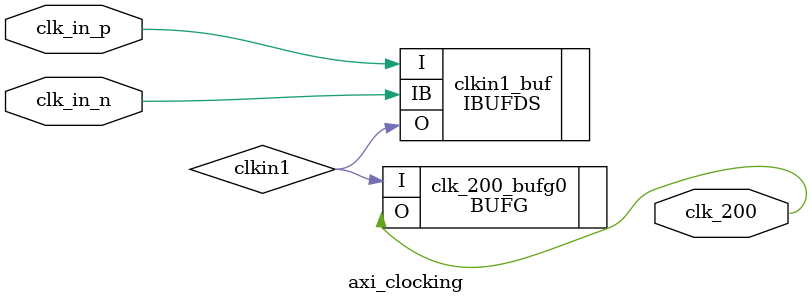
<source format=v>

`timescale 1ps / 1ps
(* dont_touch = "yes" *)
module axi_clocking
  (
   // Inputs
   input clk_in_p,
   input clk_in_n,

   // Status outputs
   
   // IBUFDS 200MHz    
   output clk_200 
   
   );

  // Signal declarations
  wire s_axi_dcm_aclk0;
  wire clkfbout;

  // 200MHz differencial into single-rail     
  IBUFDS clkin1_buf
   (.O  (clkin1),
    .I  (clk_in_p),
    .IB (clk_in_n)
    );

   // currently not used   
/*   MMCME2_BASE
  #(.DIVCLK_DIVIDE        (1),
    .CLKFBOUT_MULT_F      (5),  
    .CLKIN1_PERIOD        (5.000),
    
    .CLKFBOUT_PHASE       (0.000),
    //.CLKOUT0_DIVIDE_F     (8.000), // 125MHz
    .CLKOUT0_DIVIDE_F     (5.000),   // 200MHz
    .CLKOUT0_PHASE        (0.000),
    .CLKOUT0_DUTY_CYCLE   (0.5),
    //.CLKOUT1_DIVIDE       (8.000),  //125MHz -- 8.000
    .CLKOUT1_DIVIDE       (5.000),    //200MHz -- 5.000
    .CLKOUT1_PHASE        (0.000),
    .CLKOUT1_DUTY_CYCLE   (0.5),
    .REF_JITTER1          (0.050))
  tx_mmcm
    // Output clocks
   (.CLKFBOUT            (clkfbout),
    .CLKOUT0             (s_axi_dcm_aclk0),
    .CLKOUT1             (),
     // Input clock control
    .CLKFBIN             (clkfbout),
    .CLKIN1              (clkin1),
    // Other control and status signals
    .LOCKED              (tx_mmcm_locked),
    .PWRDWN              (1'b0),
    // .RST                 (tx_mmcm_reset),
    .RST                 (1'b0),
    .CLKFBOUTB           (),
    .CLKOUT0B            (),
    .CLKOUT1B            (),
    .CLKOUT2             (),
    .CLKOUT2B            (),
    .CLKOUT3             (),
    .CLKOUT3B            (),
    .CLKOUT4             (),
    .CLKOUT5             (),
    .CLKOUT6             ());
 */
     
   BUFG clk_200_bufg0 (
     .I(clkin1),
     .O(clk_200));

endmodule

</source>
